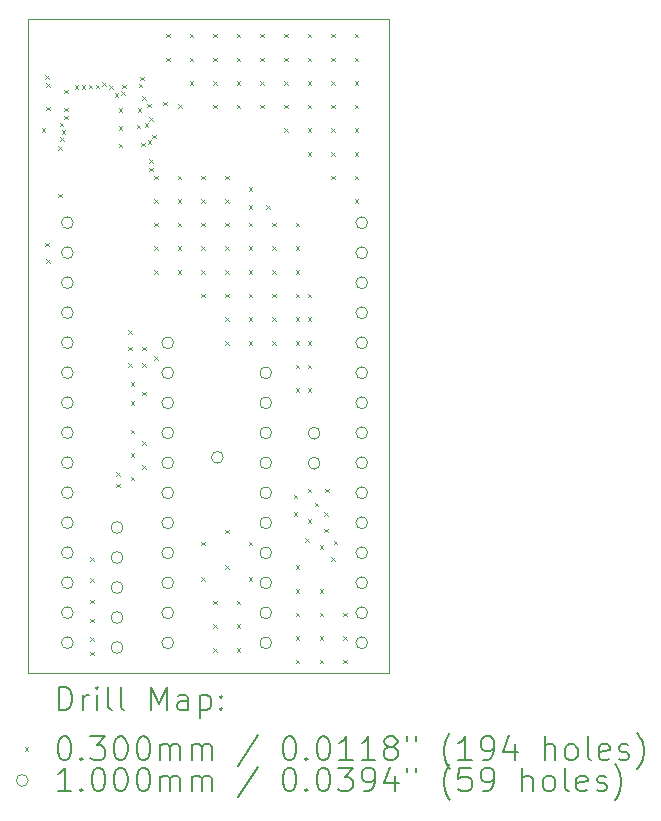
<source format=gbr>
%TF.GenerationSoftware,KiCad,Pcbnew,9.0.2*%
%TF.CreationDate,2025-08-01T14:32:07+08:00*%
%TF.ProjectId,STM32WB5MMG_Breakout_Board,53544d33-3257-4423-954d-4d475f427265,rev?*%
%TF.SameCoordinates,Original*%
%TF.FileFunction,Drillmap*%
%TF.FilePolarity,Positive*%
%FSLAX45Y45*%
G04 Gerber Fmt 4.5, Leading zero omitted, Abs format (unit mm)*
G04 Created by KiCad (PCBNEW 9.0.2) date 2025-08-01 14:32:07*
%MOMM*%
%LPD*%
G01*
G04 APERTURE LIST*
%ADD10C,0.038100*%
%ADD11C,0.200000*%
%ADD12C,0.100000*%
G04 APERTURE END LIST*
D10*
X13900000Y-7310000D02*
X13720000Y-7310000D01*
X13770000Y-12850000D02*
X16770000Y-12850000D01*
X13720000Y-7310000D02*
X13720000Y-7780000D01*
X13770000Y-12850000D02*
X13720000Y-12850000D01*
X13900000Y-7310000D02*
X16770000Y-7310000D01*
X16770000Y-12850000D02*
X16770000Y-7370000D01*
X13720000Y-7780000D02*
X13720000Y-12850000D01*
X16770000Y-7310000D02*
X16770000Y-7370000D01*
D11*
D12*
X13834000Y-8234000D02*
X13864000Y-8264000D01*
X13864000Y-8234000D02*
X13834000Y-8264000D01*
X13865000Y-7785000D02*
X13895000Y-7815000D01*
X13895000Y-7785000D02*
X13865000Y-7815000D01*
X13865000Y-9205000D02*
X13895000Y-9235000D01*
X13895000Y-9205000D02*
X13865000Y-9235000D01*
X13871000Y-7851000D02*
X13901000Y-7881000D01*
X13901000Y-7851000D02*
X13871000Y-7881000D01*
X13871200Y-9345000D02*
X13901200Y-9375000D01*
X13901200Y-9345000D02*
X13871200Y-9375000D01*
X13872500Y-8052500D02*
X13902500Y-8082500D01*
X13902500Y-8052500D02*
X13872500Y-8082500D01*
X13973000Y-8385000D02*
X14003000Y-8415000D01*
X14003000Y-8385000D02*
X13973000Y-8415000D01*
X13975000Y-8787000D02*
X14005000Y-8817000D01*
X14005000Y-8787000D02*
X13975000Y-8817000D01*
X13987000Y-8187000D02*
X14017000Y-8217000D01*
X14017000Y-8187000D02*
X13987000Y-8217000D01*
X13991000Y-8310000D02*
X14021000Y-8340000D01*
X14021000Y-8310000D02*
X13991000Y-8340000D01*
X14003266Y-8250000D02*
X14033266Y-8280000D01*
X14033266Y-8250000D02*
X14003266Y-8280000D01*
X14021500Y-8061500D02*
X14051500Y-8091500D01*
X14051500Y-8061500D02*
X14021500Y-8091500D01*
X14023500Y-7906500D02*
X14053500Y-7936500D01*
X14053500Y-7906500D02*
X14023500Y-7936500D01*
X14025000Y-8127000D02*
X14055000Y-8157000D01*
X14055000Y-8127000D02*
X14025000Y-8157000D01*
X14113000Y-7869800D02*
X14143000Y-7899800D01*
X14143000Y-7869800D02*
X14113000Y-7899800D01*
X14171042Y-7870023D02*
X14201042Y-7900023D01*
X14201042Y-7870023D02*
X14171042Y-7900023D01*
X14232114Y-7867217D02*
X14262114Y-7897217D01*
X14262114Y-7867217D02*
X14232114Y-7897217D01*
X14245000Y-11865000D02*
X14275000Y-11895000D01*
X14275000Y-11865000D02*
X14245000Y-11895000D01*
X14245000Y-12045000D02*
X14275000Y-12075000D01*
X14275000Y-12045000D02*
X14245000Y-12075000D01*
X14245000Y-12225000D02*
X14275000Y-12255000D01*
X14275000Y-12225000D02*
X14245000Y-12255000D01*
X14245000Y-12385000D02*
X14275000Y-12415000D01*
X14275000Y-12385000D02*
X14245000Y-12415000D01*
X14245000Y-12545000D02*
X14275000Y-12575000D01*
X14275000Y-12545000D02*
X14245000Y-12575000D01*
X14245000Y-12665000D02*
X14275000Y-12695000D01*
X14275000Y-12665000D02*
X14245000Y-12695000D01*
X14289788Y-7865499D02*
X14319788Y-7895499D01*
X14319788Y-7865499D02*
X14289788Y-7895499D01*
X14343800Y-7845000D02*
X14373800Y-7875000D01*
X14373800Y-7845000D02*
X14343800Y-7875000D01*
X14403800Y-7869800D02*
X14433800Y-7899800D01*
X14433800Y-7869800D02*
X14403800Y-7899800D01*
X14450200Y-7938776D02*
X14480200Y-7968776D01*
X14480200Y-7938776D02*
X14450200Y-7968776D01*
X14465000Y-11145000D02*
X14495000Y-11175000D01*
X14495000Y-11145000D02*
X14465000Y-11175000D01*
X14465000Y-11245000D02*
X14495000Y-11275000D01*
X14495000Y-11245000D02*
X14465000Y-11275000D01*
X14485000Y-8065000D02*
X14515000Y-8095000D01*
X14515000Y-8065000D02*
X14485000Y-8095000D01*
X14485000Y-8215000D02*
X14515000Y-8245000D01*
X14515000Y-8215000D02*
X14485000Y-8245000D01*
X14485000Y-8365000D02*
X14515000Y-8395000D01*
X14515000Y-8365000D02*
X14485000Y-8395000D01*
X14505389Y-7921938D02*
X14535389Y-7951938D01*
X14535389Y-7921938D02*
X14505389Y-7951938D01*
X14515000Y-7865000D02*
X14545000Y-7895000D01*
X14545000Y-7865000D02*
X14515000Y-7895000D01*
X14565000Y-9945000D02*
X14595000Y-9975000D01*
X14595000Y-9945000D02*
X14565000Y-9975000D01*
X14565000Y-10085000D02*
X14595000Y-10115000D01*
X14595000Y-10085000D02*
X14565000Y-10115000D01*
X14565000Y-10225000D02*
X14595000Y-10255000D01*
X14595000Y-10225000D02*
X14565000Y-10255000D01*
X14585000Y-10385000D02*
X14615000Y-10415000D01*
X14615000Y-10385000D02*
X14585000Y-10415000D01*
X14585000Y-10545000D02*
X14615000Y-10575000D01*
X14615000Y-10545000D02*
X14585000Y-10575000D01*
X14585000Y-10785000D02*
X14615000Y-10815000D01*
X14615000Y-10785000D02*
X14585000Y-10815000D01*
X14585000Y-10985000D02*
X14615000Y-11015000D01*
X14615000Y-10985000D02*
X14585000Y-11015000D01*
X14585000Y-11185000D02*
X14615000Y-11215000D01*
X14615000Y-11185000D02*
X14585000Y-11215000D01*
X14637000Y-8203000D02*
X14667000Y-8233000D01*
X14667000Y-8203000D02*
X14637000Y-8233000D01*
X14644000Y-8064000D02*
X14674000Y-8094000D01*
X14674000Y-8064000D02*
X14644000Y-8094000D01*
X14654268Y-7855732D02*
X14684268Y-7885732D01*
X14684268Y-7855732D02*
X14654268Y-7885732D01*
X14665000Y-7799000D02*
X14695000Y-7829000D01*
X14695000Y-7799000D02*
X14665000Y-7829000D01*
X14674500Y-8355500D02*
X14704500Y-8385500D01*
X14704500Y-8355500D02*
X14674500Y-8385500D01*
X14685000Y-7961000D02*
X14715000Y-7991000D01*
X14715000Y-7961000D02*
X14685000Y-7991000D01*
X14685000Y-10085000D02*
X14715000Y-10115000D01*
X14715000Y-10085000D02*
X14685000Y-10115000D01*
X14685000Y-10225000D02*
X14715000Y-10255000D01*
X14715000Y-10225000D02*
X14685000Y-10255000D01*
X14685000Y-10465000D02*
X14715000Y-10495000D01*
X14715000Y-10465000D02*
X14685000Y-10495000D01*
X14685000Y-10885000D02*
X14715000Y-10915000D01*
X14715000Y-10885000D02*
X14685000Y-10915000D01*
X14685000Y-11085000D02*
X14715000Y-11115000D01*
X14715000Y-11085000D02*
X14685000Y-11115000D01*
X14705000Y-8191000D02*
X14735000Y-8221000D01*
X14735000Y-8191000D02*
X14705000Y-8221000D01*
X14725000Y-8025000D02*
X14755000Y-8055000D01*
X14755000Y-8025000D02*
X14725000Y-8055000D01*
X14732000Y-8335000D02*
X14762000Y-8365000D01*
X14762000Y-8335000D02*
X14732000Y-8365000D01*
X14743000Y-8567000D02*
X14773000Y-8597000D01*
X14773000Y-8567000D02*
X14743000Y-8597000D01*
X14745000Y-8140000D02*
X14775000Y-8170000D01*
X14775000Y-8140000D02*
X14745000Y-8170000D01*
X14745000Y-8494000D02*
X14775000Y-8524000D01*
X14775000Y-8494000D02*
X14745000Y-8524000D01*
X14770959Y-8289041D02*
X14800959Y-8319041D01*
X14800959Y-8289041D02*
X14770959Y-8319041D01*
X14785000Y-8635000D02*
X14815000Y-8665000D01*
X14815000Y-8635000D02*
X14785000Y-8665000D01*
X14785000Y-8835000D02*
X14815000Y-8865000D01*
X14815000Y-8835000D02*
X14785000Y-8865000D01*
X14785000Y-9035000D02*
X14815000Y-9065000D01*
X14815000Y-9035000D02*
X14785000Y-9065000D01*
X14785000Y-9235000D02*
X14815000Y-9265000D01*
X14815000Y-9235000D02*
X14785000Y-9265000D01*
X14785000Y-9435000D02*
X14815000Y-9465000D01*
X14815000Y-9435000D02*
X14785000Y-9465000D01*
X14785000Y-10165000D02*
X14815000Y-10195000D01*
X14815000Y-10165000D02*
X14785000Y-10195000D01*
X14861756Y-8008244D02*
X14891756Y-8038244D01*
X14891756Y-8008244D02*
X14861756Y-8038244D01*
X14885000Y-7435000D02*
X14915000Y-7465000D01*
X14915000Y-7435000D02*
X14885000Y-7465000D01*
X14885000Y-7635000D02*
X14915000Y-7665000D01*
X14915000Y-7635000D02*
X14885000Y-7665000D01*
X14985000Y-8635000D02*
X15015000Y-8665000D01*
X15015000Y-8635000D02*
X14985000Y-8665000D01*
X14985000Y-8835000D02*
X15015000Y-8865000D01*
X15015000Y-8835000D02*
X14985000Y-8865000D01*
X14985000Y-9035000D02*
X15015000Y-9065000D01*
X15015000Y-9035000D02*
X14985000Y-9065000D01*
X14985000Y-9235000D02*
X15015000Y-9265000D01*
X15015000Y-9235000D02*
X14985000Y-9265000D01*
X14985000Y-9435000D02*
X15015000Y-9465000D01*
X15015000Y-9435000D02*
X14985000Y-9465000D01*
X14990000Y-8030000D02*
X15020000Y-8060000D01*
X15020000Y-8030000D02*
X14990000Y-8060000D01*
X15085000Y-7435000D02*
X15115000Y-7465000D01*
X15115000Y-7435000D02*
X15085000Y-7465000D01*
X15085000Y-7635000D02*
X15115000Y-7665000D01*
X15115000Y-7635000D02*
X15085000Y-7665000D01*
X15085000Y-7835000D02*
X15115000Y-7865000D01*
X15115000Y-7835000D02*
X15085000Y-7865000D01*
X15185000Y-8635000D02*
X15215000Y-8665000D01*
X15215000Y-8635000D02*
X15185000Y-8665000D01*
X15185000Y-8835000D02*
X15215000Y-8865000D01*
X15215000Y-8835000D02*
X15185000Y-8865000D01*
X15185000Y-9035000D02*
X15215000Y-9065000D01*
X15215000Y-9035000D02*
X15185000Y-9065000D01*
X15185000Y-9235000D02*
X15215000Y-9265000D01*
X15215000Y-9235000D02*
X15185000Y-9265000D01*
X15185000Y-9435000D02*
X15215000Y-9465000D01*
X15215000Y-9435000D02*
X15185000Y-9465000D01*
X15185000Y-9635000D02*
X15215000Y-9665000D01*
X15215000Y-9635000D02*
X15185000Y-9665000D01*
X15185000Y-11735000D02*
X15215000Y-11765000D01*
X15215000Y-11735000D02*
X15185000Y-11765000D01*
X15185000Y-12035000D02*
X15215000Y-12065000D01*
X15215000Y-12035000D02*
X15185000Y-12065000D01*
X15285000Y-7435000D02*
X15315000Y-7465000D01*
X15315000Y-7435000D02*
X15285000Y-7465000D01*
X15285000Y-7635000D02*
X15315000Y-7665000D01*
X15315000Y-7635000D02*
X15285000Y-7665000D01*
X15285000Y-7835000D02*
X15315000Y-7865000D01*
X15315000Y-7835000D02*
X15285000Y-7865000D01*
X15285000Y-8035000D02*
X15315000Y-8065000D01*
X15315000Y-8035000D02*
X15285000Y-8065000D01*
X15285000Y-12235000D02*
X15315000Y-12265000D01*
X15315000Y-12235000D02*
X15285000Y-12265000D01*
X15285000Y-12435000D02*
X15315000Y-12465000D01*
X15315000Y-12435000D02*
X15285000Y-12465000D01*
X15285000Y-12635000D02*
X15315000Y-12665000D01*
X15315000Y-12635000D02*
X15285000Y-12665000D01*
X15385000Y-8635000D02*
X15415000Y-8665000D01*
X15415000Y-8635000D02*
X15385000Y-8665000D01*
X15385000Y-8835000D02*
X15415000Y-8865000D01*
X15415000Y-8835000D02*
X15385000Y-8865000D01*
X15385000Y-9035000D02*
X15415000Y-9065000D01*
X15415000Y-9035000D02*
X15385000Y-9065000D01*
X15385000Y-9235000D02*
X15415000Y-9265000D01*
X15415000Y-9235000D02*
X15385000Y-9265000D01*
X15385000Y-9435000D02*
X15415000Y-9465000D01*
X15415000Y-9435000D02*
X15385000Y-9465000D01*
X15385000Y-9635000D02*
X15415000Y-9665000D01*
X15415000Y-9635000D02*
X15385000Y-9665000D01*
X15385000Y-9835000D02*
X15415000Y-9865000D01*
X15415000Y-9835000D02*
X15385000Y-9865000D01*
X15385000Y-10035000D02*
X15415000Y-10065000D01*
X15415000Y-10035000D02*
X15385000Y-10065000D01*
X15385000Y-11635000D02*
X15415000Y-11665000D01*
X15415000Y-11635000D02*
X15385000Y-11665000D01*
X15385000Y-11935000D02*
X15415000Y-11965000D01*
X15415000Y-11935000D02*
X15385000Y-11965000D01*
X15485000Y-7435000D02*
X15515000Y-7465000D01*
X15515000Y-7435000D02*
X15485000Y-7465000D01*
X15485000Y-7635000D02*
X15515000Y-7665000D01*
X15515000Y-7635000D02*
X15485000Y-7665000D01*
X15485000Y-7835000D02*
X15515000Y-7865000D01*
X15515000Y-7835000D02*
X15485000Y-7865000D01*
X15485000Y-8035000D02*
X15515000Y-8065000D01*
X15515000Y-8035000D02*
X15485000Y-8065000D01*
X15485000Y-12235000D02*
X15515000Y-12265000D01*
X15515000Y-12235000D02*
X15485000Y-12265000D01*
X15485000Y-12435000D02*
X15515000Y-12465000D01*
X15515000Y-12435000D02*
X15485000Y-12465000D01*
X15485000Y-12635000D02*
X15515000Y-12665000D01*
X15515000Y-12635000D02*
X15485000Y-12665000D01*
X15585000Y-8735000D02*
X15615000Y-8765000D01*
X15615000Y-8735000D02*
X15585000Y-8765000D01*
X15585000Y-8885000D02*
X15615000Y-8915000D01*
X15615000Y-8885000D02*
X15585000Y-8915000D01*
X15585000Y-9035000D02*
X15615000Y-9065000D01*
X15615000Y-9035000D02*
X15585000Y-9065000D01*
X15585000Y-9235000D02*
X15615000Y-9265000D01*
X15615000Y-9235000D02*
X15585000Y-9265000D01*
X15585000Y-9435000D02*
X15615000Y-9465000D01*
X15615000Y-9435000D02*
X15585000Y-9465000D01*
X15585000Y-9635000D02*
X15615000Y-9665000D01*
X15615000Y-9635000D02*
X15585000Y-9665000D01*
X15585000Y-9835000D02*
X15615000Y-9865000D01*
X15615000Y-9835000D02*
X15585000Y-9865000D01*
X15585000Y-10035000D02*
X15615000Y-10065000D01*
X15615000Y-10035000D02*
X15585000Y-10065000D01*
X15585000Y-11735000D02*
X15615000Y-11765000D01*
X15615000Y-11735000D02*
X15585000Y-11765000D01*
X15585000Y-12035000D02*
X15615000Y-12065000D01*
X15615000Y-12035000D02*
X15585000Y-12065000D01*
X15685000Y-7435000D02*
X15715000Y-7465000D01*
X15715000Y-7435000D02*
X15685000Y-7465000D01*
X15685000Y-7635000D02*
X15715000Y-7665000D01*
X15715000Y-7635000D02*
X15685000Y-7665000D01*
X15685000Y-7835000D02*
X15715000Y-7865000D01*
X15715000Y-7835000D02*
X15685000Y-7865000D01*
X15685000Y-8035000D02*
X15715000Y-8065000D01*
X15715000Y-8035000D02*
X15685000Y-8065000D01*
X15735000Y-8885000D02*
X15765000Y-8915000D01*
X15765000Y-8885000D02*
X15735000Y-8915000D01*
X15785000Y-9035000D02*
X15815000Y-9065000D01*
X15815000Y-9035000D02*
X15785000Y-9065000D01*
X15785000Y-9235000D02*
X15815000Y-9265000D01*
X15815000Y-9235000D02*
X15785000Y-9265000D01*
X15785000Y-9435000D02*
X15815000Y-9465000D01*
X15815000Y-9435000D02*
X15785000Y-9465000D01*
X15785000Y-9635000D02*
X15815000Y-9665000D01*
X15815000Y-9635000D02*
X15785000Y-9665000D01*
X15785000Y-9835000D02*
X15815000Y-9865000D01*
X15815000Y-9835000D02*
X15785000Y-9865000D01*
X15785000Y-10035000D02*
X15815000Y-10065000D01*
X15815000Y-10035000D02*
X15785000Y-10065000D01*
X15885000Y-7435000D02*
X15915000Y-7465000D01*
X15915000Y-7435000D02*
X15885000Y-7465000D01*
X15885000Y-7635000D02*
X15915000Y-7665000D01*
X15915000Y-7635000D02*
X15885000Y-7665000D01*
X15885000Y-7835000D02*
X15915000Y-7865000D01*
X15915000Y-7835000D02*
X15885000Y-7865000D01*
X15885000Y-8035000D02*
X15915000Y-8065000D01*
X15915000Y-8035000D02*
X15885000Y-8065000D01*
X15885000Y-8235000D02*
X15915000Y-8265000D01*
X15915000Y-8235000D02*
X15885000Y-8265000D01*
X15965000Y-11335000D02*
X15995000Y-11365000D01*
X15995000Y-11335000D02*
X15965000Y-11365000D01*
X15965000Y-11485000D02*
X15995000Y-11515000D01*
X15995000Y-11485000D02*
X15965000Y-11515000D01*
X15985000Y-9035000D02*
X16015000Y-9065000D01*
X16015000Y-9035000D02*
X15985000Y-9065000D01*
X15985000Y-9235000D02*
X16015000Y-9265000D01*
X16015000Y-9235000D02*
X15985000Y-9265000D01*
X15985000Y-9435000D02*
X16015000Y-9465000D01*
X16015000Y-9435000D02*
X15985000Y-9465000D01*
X15985000Y-9635000D02*
X16015000Y-9665000D01*
X16015000Y-9635000D02*
X15985000Y-9665000D01*
X15985000Y-9835000D02*
X16015000Y-9865000D01*
X16015000Y-9835000D02*
X15985000Y-9865000D01*
X15985000Y-10035000D02*
X16015000Y-10065000D01*
X16015000Y-10035000D02*
X15985000Y-10065000D01*
X15985000Y-10235000D02*
X16015000Y-10265000D01*
X16015000Y-10235000D02*
X15985000Y-10265000D01*
X15985000Y-10435000D02*
X16015000Y-10465000D01*
X16015000Y-10435000D02*
X15985000Y-10465000D01*
X15985000Y-11935000D02*
X16015000Y-11965000D01*
X16015000Y-11935000D02*
X15985000Y-11965000D01*
X15985000Y-12135000D02*
X16015000Y-12165000D01*
X16015000Y-12135000D02*
X15985000Y-12165000D01*
X15985000Y-12335000D02*
X16015000Y-12365000D01*
X16015000Y-12335000D02*
X15985000Y-12365000D01*
X15985000Y-12535000D02*
X16015000Y-12565000D01*
X16015000Y-12535000D02*
X15985000Y-12565000D01*
X15985000Y-12735000D02*
X16015000Y-12765000D01*
X16015000Y-12735000D02*
X15985000Y-12765000D01*
X16065000Y-11705000D02*
X16095000Y-11735000D01*
X16095000Y-11705000D02*
X16065000Y-11735000D01*
X16085000Y-7435000D02*
X16115000Y-7465000D01*
X16115000Y-7435000D02*
X16085000Y-7465000D01*
X16085000Y-7635000D02*
X16115000Y-7665000D01*
X16115000Y-7635000D02*
X16085000Y-7665000D01*
X16085000Y-7835000D02*
X16115000Y-7865000D01*
X16115000Y-7835000D02*
X16085000Y-7865000D01*
X16085000Y-8035000D02*
X16115000Y-8065000D01*
X16115000Y-8035000D02*
X16085000Y-8065000D01*
X16085000Y-8235000D02*
X16115000Y-8265000D01*
X16115000Y-8235000D02*
X16085000Y-8265000D01*
X16085000Y-8435000D02*
X16115000Y-8465000D01*
X16115000Y-8435000D02*
X16085000Y-8465000D01*
X16085000Y-9635000D02*
X16115000Y-9665000D01*
X16115000Y-9635000D02*
X16085000Y-9665000D01*
X16085000Y-9835000D02*
X16115000Y-9865000D01*
X16115000Y-9835000D02*
X16085000Y-9865000D01*
X16085000Y-10035000D02*
X16115000Y-10065000D01*
X16115000Y-10035000D02*
X16085000Y-10065000D01*
X16085000Y-10235000D02*
X16115000Y-10265000D01*
X16115000Y-10235000D02*
X16085000Y-10265000D01*
X16085000Y-10435000D02*
X16115000Y-10465000D01*
X16115000Y-10435000D02*
X16085000Y-10465000D01*
X16085000Y-11285000D02*
X16115000Y-11315000D01*
X16115000Y-11285000D02*
X16085000Y-11315000D01*
X16085000Y-11545000D02*
X16115000Y-11575000D01*
X16115000Y-11545000D02*
X16085000Y-11575000D01*
X16145000Y-11405000D02*
X16175000Y-11435000D01*
X16175000Y-11405000D02*
X16145000Y-11435000D01*
X16185000Y-11765000D02*
X16215000Y-11795000D01*
X16215000Y-11765000D02*
X16185000Y-11795000D01*
X16185000Y-12135000D02*
X16215000Y-12165000D01*
X16215000Y-12135000D02*
X16185000Y-12165000D01*
X16185000Y-12335000D02*
X16215000Y-12365000D01*
X16215000Y-12335000D02*
X16185000Y-12365000D01*
X16185000Y-12535000D02*
X16215000Y-12565000D01*
X16215000Y-12535000D02*
X16185000Y-12565000D01*
X16185000Y-12735000D02*
X16215000Y-12765000D01*
X16215000Y-12735000D02*
X16185000Y-12765000D01*
X16225000Y-11485000D02*
X16255000Y-11515000D01*
X16255000Y-11485000D02*
X16225000Y-11515000D01*
X16225000Y-11625000D02*
X16255000Y-11655000D01*
X16255000Y-11625000D02*
X16225000Y-11655000D01*
X16235000Y-11285000D02*
X16265000Y-11315000D01*
X16265000Y-11285000D02*
X16235000Y-11315000D01*
X16285000Y-7435000D02*
X16315000Y-7465000D01*
X16315000Y-7435000D02*
X16285000Y-7465000D01*
X16285000Y-7635000D02*
X16315000Y-7665000D01*
X16315000Y-7635000D02*
X16285000Y-7665000D01*
X16285000Y-7835000D02*
X16315000Y-7865000D01*
X16315000Y-7835000D02*
X16285000Y-7865000D01*
X16285000Y-8035000D02*
X16315000Y-8065000D01*
X16315000Y-8035000D02*
X16285000Y-8065000D01*
X16285000Y-8235000D02*
X16315000Y-8265000D01*
X16315000Y-8235000D02*
X16285000Y-8265000D01*
X16285000Y-8435000D02*
X16315000Y-8465000D01*
X16315000Y-8435000D02*
X16285000Y-8465000D01*
X16285000Y-8635000D02*
X16315000Y-8665000D01*
X16315000Y-8635000D02*
X16285000Y-8665000D01*
X16285000Y-11865000D02*
X16315000Y-11895000D01*
X16315000Y-11865000D02*
X16285000Y-11895000D01*
X16305000Y-11725000D02*
X16335000Y-11755000D01*
X16335000Y-11725000D02*
X16305000Y-11755000D01*
X16385000Y-12335000D02*
X16415000Y-12365000D01*
X16415000Y-12335000D02*
X16385000Y-12365000D01*
X16385000Y-12535000D02*
X16415000Y-12565000D01*
X16415000Y-12535000D02*
X16385000Y-12565000D01*
X16385000Y-12735000D02*
X16415000Y-12765000D01*
X16415000Y-12735000D02*
X16385000Y-12765000D01*
X16485000Y-7435000D02*
X16515000Y-7465000D01*
X16515000Y-7435000D02*
X16485000Y-7465000D01*
X16485000Y-7635000D02*
X16515000Y-7665000D01*
X16515000Y-7635000D02*
X16485000Y-7665000D01*
X16485000Y-7835000D02*
X16515000Y-7865000D01*
X16515000Y-7835000D02*
X16485000Y-7865000D01*
X16485000Y-8035000D02*
X16515000Y-8065000D01*
X16515000Y-8035000D02*
X16485000Y-8065000D01*
X16485000Y-8235000D02*
X16515000Y-8265000D01*
X16515000Y-8235000D02*
X16485000Y-8265000D01*
X16485000Y-8435000D02*
X16515000Y-8465000D01*
X16515000Y-8435000D02*
X16485000Y-8465000D01*
X16485000Y-8635000D02*
X16515000Y-8665000D01*
X16515000Y-8635000D02*
X16485000Y-8665000D01*
X16485000Y-8835000D02*
X16515000Y-8865000D01*
X16515000Y-8835000D02*
X16485000Y-8865000D01*
X14100000Y-9034000D02*
G75*
G02*
X14000000Y-9034000I-50000J0D01*
G01*
X14000000Y-9034000D02*
G75*
G02*
X14100000Y-9034000I50000J0D01*
G01*
X14100000Y-9288000D02*
G75*
G02*
X14000000Y-9288000I-50000J0D01*
G01*
X14000000Y-9288000D02*
G75*
G02*
X14100000Y-9288000I50000J0D01*
G01*
X14100000Y-9542000D02*
G75*
G02*
X14000000Y-9542000I-50000J0D01*
G01*
X14000000Y-9542000D02*
G75*
G02*
X14100000Y-9542000I50000J0D01*
G01*
X14100000Y-9796000D02*
G75*
G02*
X14000000Y-9796000I-50000J0D01*
G01*
X14000000Y-9796000D02*
G75*
G02*
X14100000Y-9796000I50000J0D01*
G01*
X14100000Y-10050000D02*
G75*
G02*
X14000000Y-10050000I-50000J0D01*
G01*
X14000000Y-10050000D02*
G75*
G02*
X14100000Y-10050000I50000J0D01*
G01*
X14100000Y-10304000D02*
G75*
G02*
X14000000Y-10304000I-50000J0D01*
G01*
X14000000Y-10304000D02*
G75*
G02*
X14100000Y-10304000I50000J0D01*
G01*
X14100000Y-10558000D02*
G75*
G02*
X14000000Y-10558000I-50000J0D01*
G01*
X14000000Y-10558000D02*
G75*
G02*
X14100000Y-10558000I50000J0D01*
G01*
X14100000Y-10812000D02*
G75*
G02*
X14000000Y-10812000I-50000J0D01*
G01*
X14000000Y-10812000D02*
G75*
G02*
X14100000Y-10812000I50000J0D01*
G01*
X14100000Y-11066000D02*
G75*
G02*
X14000000Y-11066000I-50000J0D01*
G01*
X14000000Y-11066000D02*
G75*
G02*
X14100000Y-11066000I50000J0D01*
G01*
X14100000Y-11320000D02*
G75*
G02*
X14000000Y-11320000I-50000J0D01*
G01*
X14000000Y-11320000D02*
G75*
G02*
X14100000Y-11320000I50000J0D01*
G01*
X14100000Y-11574000D02*
G75*
G02*
X14000000Y-11574000I-50000J0D01*
G01*
X14000000Y-11574000D02*
G75*
G02*
X14100000Y-11574000I50000J0D01*
G01*
X14100000Y-11828000D02*
G75*
G02*
X14000000Y-11828000I-50000J0D01*
G01*
X14000000Y-11828000D02*
G75*
G02*
X14100000Y-11828000I50000J0D01*
G01*
X14100000Y-12082000D02*
G75*
G02*
X14000000Y-12082000I-50000J0D01*
G01*
X14000000Y-12082000D02*
G75*
G02*
X14100000Y-12082000I50000J0D01*
G01*
X14100000Y-12336000D02*
G75*
G02*
X14000000Y-12336000I-50000J0D01*
G01*
X14000000Y-12336000D02*
G75*
G02*
X14100000Y-12336000I50000J0D01*
G01*
X14100000Y-12590000D02*
G75*
G02*
X14000000Y-12590000I-50000J0D01*
G01*
X14000000Y-12590000D02*
G75*
G02*
X14100000Y-12590000I50000J0D01*
G01*
X14520000Y-11614000D02*
G75*
G02*
X14420000Y-11614000I-50000J0D01*
G01*
X14420000Y-11614000D02*
G75*
G02*
X14520000Y-11614000I50000J0D01*
G01*
X14520000Y-11868000D02*
G75*
G02*
X14420000Y-11868000I-50000J0D01*
G01*
X14420000Y-11868000D02*
G75*
G02*
X14520000Y-11868000I50000J0D01*
G01*
X14520000Y-12122000D02*
G75*
G02*
X14420000Y-12122000I-50000J0D01*
G01*
X14420000Y-12122000D02*
G75*
G02*
X14520000Y-12122000I50000J0D01*
G01*
X14520000Y-12376000D02*
G75*
G02*
X14420000Y-12376000I-50000J0D01*
G01*
X14420000Y-12376000D02*
G75*
G02*
X14520000Y-12376000I50000J0D01*
G01*
X14520000Y-12630000D02*
G75*
G02*
X14420000Y-12630000I-50000J0D01*
G01*
X14420000Y-12630000D02*
G75*
G02*
X14520000Y-12630000I50000J0D01*
G01*
X14950000Y-10051000D02*
G75*
G02*
X14850000Y-10051000I-50000J0D01*
G01*
X14850000Y-10051000D02*
G75*
G02*
X14950000Y-10051000I50000J0D01*
G01*
X14950000Y-10305000D02*
G75*
G02*
X14850000Y-10305000I-50000J0D01*
G01*
X14850000Y-10305000D02*
G75*
G02*
X14950000Y-10305000I50000J0D01*
G01*
X14950000Y-10559000D02*
G75*
G02*
X14850000Y-10559000I-50000J0D01*
G01*
X14850000Y-10559000D02*
G75*
G02*
X14950000Y-10559000I50000J0D01*
G01*
X14950000Y-10813000D02*
G75*
G02*
X14850000Y-10813000I-50000J0D01*
G01*
X14850000Y-10813000D02*
G75*
G02*
X14950000Y-10813000I50000J0D01*
G01*
X14950000Y-11067000D02*
G75*
G02*
X14850000Y-11067000I-50000J0D01*
G01*
X14850000Y-11067000D02*
G75*
G02*
X14950000Y-11067000I50000J0D01*
G01*
X14950000Y-11321000D02*
G75*
G02*
X14850000Y-11321000I-50000J0D01*
G01*
X14850000Y-11321000D02*
G75*
G02*
X14950000Y-11321000I50000J0D01*
G01*
X14950000Y-11575000D02*
G75*
G02*
X14850000Y-11575000I-50000J0D01*
G01*
X14850000Y-11575000D02*
G75*
G02*
X14950000Y-11575000I50000J0D01*
G01*
X14950000Y-11829000D02*
G75*
G02*
X14850000Y-11829000I-50000J0D01*
G01*
X14850000Y-11829000D02*
G75*
G02*
X14950000Y-11829000I50000J0D01*
G01*
X14950000Y-12083000D02*
G75*
G02*
X14850000Y-12083000I-50000J0D01*
G01*
X14850000Y-12083000D02*
G75*
G02*
X14950000Y-12083000I50000J0D01*
G01*
X14950000Y-12337000D02*
G75*
G02*
X14850000Y-12337000I-50000J0D01*
G01*
X14850000Y-12337000D02*
G75*
G02*
X14950000Y-12337000I50000J0D01*
G01*
X14950000Y-12591000D02*
G75*
G02*
X14850000Y-12591000I-50000J0D01*
G01*
X14850000Y-12591000D02*
G75*
G02*
X14950000Y-12591000I50000J0D01*
G01*
X15370000Y-11020000D02*
G75*
G02*
X15270000Y-11020000I-50000J0D01*
G01*
X15270000Y-11020000D02*
G75*
G02*
X15370000Y-11020000I50000J0D01*
G01*
X15780000Y-10305000D02*
G75*
G02*
X15680000Y-10305000I-50000J0D01*
G01*
X15680000Y-10305000D02*
G75*
G02*
X15780000Y-10305000I50000J0D01*
G01*
X15780000Y-10559000D02*
G75*
G02*
X15680000Y-10559000I-50000J0D01*
G01*
X15680000Y-10559000D02*
G75*
G02*
X15780000Y-10559000I50000J0D01*
G01*
X15780000Y-10813000D02*
G75*
G02*
X15680000Y-10813000I-50000J0D01*
G01*
X15680000Y-10813000D02*
G75*
G02*
X15780000Y-10813000I50000J0D01*
G01*
X15780000Y-11067000D02*
G75*
G02*
X15680000Y-11067000I-50000J0D01*
G01*
X15680000Y-11067000D02*
G75*
G02*
X15780000Y-11067000I50000J0D01*
G01*
X15780000Y-11321000D02*
G75*
G02*
X15680000Y-11321000I-50000J0D01*
G01*
X15680000Y-11321000D02*
G75*
G02*
X15780000Y-11321000I50000J0D01*
G01*
X15780000Y-11575000D02*
G75*
G02*
X15680000Y-11575000I-50000J0D01*
G01*
X15680000Y-11575000D02*
G75*
G02*
X15780000Y-11575000I50000J0D01*
G01*
X15780000Y-11829000D02*
G75*
G02*
X15680000Y-11829000I-50000J0D01*
G01*
X15680000Y-11829000D02*
G75*
G02*
X15780000Y-11829000I50000J0D01*
G01*
X15780000Y-12083000D02*
G75*
G02*
X15680000Y-12083000I-50000J0D01*
G01*
X15680000Y-12083000D02*
G75*
G02*
X15780000Y-12083000I50000J0D01*
G01*
X15780000Y-12337000D02*
G75*
G02*
X15680000Y-12337000I-50000J0D01*
G01*
X15680000Y-12337000D02*
G75*
G02*
X15780000Y-12337000I50000J0D01*
G01*
X15780000Y-12591000D02*
G75*
G02*
X15680000Y-12591000I-50000J0D01*
G01*
X15680000Y-12591000D02*
G75*
G02*
X15780000Y-12591000I50000J0D01*
G01*
X16190000Y-10816000D02*
G75*
G02*
X16090000Y-10816000I-50000J0D01*
G01*
X16090000Y-10816000D02*
G75*
G02*
X16190000Y-10816000I50000J0D01*
G01*
X16190000Y-11070000D02*
G75*
G02*
X16090000Y-11070000I-50000J0D01*
G01*
X16090000Y-11070000D02*
G75*
G02*
X16190000Y-11070000I50000J0D01*
G01*
X16593000Y-9034000D02*
G75*
G02*
X16493000Y-9034000I-50000J0D01*
G01*
X16493000Y-9034000D02*
G75*
G02*
X16593000Y-9034000I50000J0D01*
G01*
X16593000Y-9288000D02*
G75*
G02*
X16493000Y-9288000I-50000J0D01*
G01*
X16493000Y-9288000D02*
G75*
G02*
X16593000Y-9288000I50000J0D01*
G01*
X16593000Y-9542000D02*
G75*
G02*
X16493000Y-9542000I-50000J0D01*
G01*
X16493000Y-9542000D02*
G75*
G02*
X16593000Y-9542000I50000J0D01*
G01*
X16593000Y-9796000D02*
G75*
G02*
X16493000Y-9796000I-50000J0D01*
G01*
X16493000Y-9796000D02*
G75*
G02*
X16593000Y-9796000I50000J0D01*
G01*
X16593000Y-10050000D02*
G75*
G02*
X16493000Y-10050000I-50000J0D01*
G01*
X16493000Y-10050000D02*
G75*
G02*
X16593000Y-10050000I50000J0D01*
G01*
X16593000Y-10304000D02*
G75*
G02*
X16493000Y-10304000I-50000J0D01*
G01*
X16493000Y-10304000D02*
G75*
G02*
X16593000Y-10304000I50000J0D01*
G01*
X16593000Y-10558000D02*
G75*
G02*
X16493000Y-10558000I-50000J0D01*
G01*
X16493000Y-10558000D02*
G75*
G02*
X16593000Y-10558000I50000J0D01*
G01*
X16593000Y-10812000D02*
G75*
G02*
X16493000Y-10812000I-50000J0D01*
G01*
X16493000Y-10812000D02*
G75*
G02*
X16593000Y-10812000I50000J0D01*
G01*
X16593000Y-11066000D02*
G75*
G02*
X16493000Y-11066000I-50000J0D01*
G01*
X16493000Y-11066000D02*
G75*
G02*
X16593000Y-11066000I50000J0D01*
G01*
X16593000Y-11320000D02*
G75*
G02*
X16493000Y-11320000I-50000J0D01*
G01*
X16493000Y-11320000D02*
G75*
G02*
X16593000Y-11320000I50000J0D01*
G01*
X16593000Y-11574000D02*
G75*
G02*
X16493000Y-11574000I-50000J0D01*
G01*
X16493000Y-11574000D02*
G75*
G02*
X16593000Y-11574000I50000J0D01*
G01*
X16593000Y-11828000D02*
G75*
G02*
X16493000Y-11828000I-50000J0D01*
G01*
X16493000Y-11828000D02*
G75*
G02*
X16593000Y-11828000I50000J0D01*
G01*
X16593000Y-12082000D02*
G75*
G02*
X16493000Y-12082000I-50000J0D01*
G01*
X16493000Y-12082000D02*
G75*
G02*
X16593000Y-12082000I50000J0D01*
G01*
X16593000Y-12336000D02*
G75*
G02*
X16493000Y-12336000I-50000J0D01*
G01*
X16493000Y-12336000D02*
G75*
G02*
X16593000Y-12336000I50000J0D01*
G01*
X16593000Y-12590000D02*
G75*
G02*
X16493000Y-12590000I-50000J0D01*
G01*
X16493000Y-12590000D02*
G75*
G02*
X16593000Y-12590000I50000J0D01*
G01*
D11*
X13978872Y-13163389D02*
X13978872Y-12963389D01*
X13978872Y-12963389D02*
X14026491Y-12963389D01*
X14026491Y-12963389D02*
X14055062Y-12972913D01*
X14055062Y-12972913D02*
X14074110Y-12991960D01*
X14074110Y-12991960D02*
X14083634Y-13011008D01*
X14083634Y-13011008D02*
X14093157Y-13049103D01*
X14093157Y-13049103D02*
X14093157Y-13077674D01*
X14093157Y-13077674D02*
X14083634Y-13115770D01*
X14083634Y-13115770D02*
X14074110Y-13134817D01*
X14074110Y-13134817D02*
X14055062Y-13153865D01*
X14055062Y-13153865D02*
X14026491Y-13163389D01*
X14026491Y-13163389D02*
X13978872Y-13163389D01*
X14178872Y-13163389D02*
X14178872Y-13030055D01*
X14178872Y-13068151D02*
X14188396Y-13049103D01*
X14188396Y-13049103D02*
X14197919Y-13039579D01*
X14197919Y-13039579D02*
X14216967Y-13030055D01*
X14216967Y-13030055D02*
X14236015Y-13030055D01*
X14302681Y-13163389D02*
X14302681Y-13030055D01*
X14302681Y-12963389D02*
X14293157Y-12972913D01*
X14293157Y-12972913D02*
X14302681Y-12982436D01*
X14302681Y-12982436D02*
X14312205Y-12972913D01*
X14312205Y-12972913D02*
X14302681Y-12963389D01*
X14302681Y-12963389D02*
X14302681Y-12982436D01*
X14426491Y-13163389D02*
X14407443Y-13153865D01*
X14407443Y-13153865D02*
X14397919Y-13134817D01*
X14397919Y-13134817D02*
X14397919Y-12963389D01*
X14531253Y-13163389D02*
X14512205Y-13153865D01*
X14512205Y-13153865D02*
X14502681Y-13134817D01*
X14502681Y-13134817D02*
X14502681Y-12963389D01*
X14759824Y-13163389D02*
X14759824Y-12963389D01*
X14759824Y-12963389D02*
X14826491Y-13106246D01*
X14826491Y-13106246D02*
X14893157Y-12963389D01*
X14893157Y-12963389D02*
X14893157Y-13163389D01*
X15074110Y-13163389D02*
X15074110Y-13058627D01*
X15074110Y-13058627D02*
X15064586Y-13039579D01*
X15064586Y-13039579D02*
X15045538Y-13030055D01*
X15045538Y-13030055D02*
X15007443Y-13030055D01*
X15007443Y-13030055D02*
X14988396Y-13039579D01*
X15074110Y-13153865D02*
X15055062Y-13163389D01*
X15055062Y-13163389D02*
X15007443Y-13163389D01*
X15007443Y-13163389D02*
X14988396Y-13153865D01*
X14988396Y-13153865D02*
X14978872Y-13134817D01*
X14978872Y-13134817D02*
X14978872Y-13115770D01*
X14978872Y-13115770D02*
X14988396Y-13096722D01*
X14988396Y-13096722D02*
X15007443Y-13087198D01*
X15007443Y-13087198D02*
X15055062Y-13087198D01*
X15055062Y-13087198D02*
X15074110Y-13077674D01*
X15169348Y-13030055D02*
X15169348Y-13230055D01*
X15169348Y-13039579D02*
X15188396Y-13030055D01*
X15188396Y-13030055D02*
X15226491Y-13030055D01*
X15226491Y-13030055D02*
X15245538Y-13039579D01*
X15245538Y-13039579D02*
X15255062Y-13049103D01*
X15255062Y-13049103D02*
X15264586Y-13068151D01*
X15264586Y-13068151D02*
X15264586Y-13125293D01*
X15264586Y-13125293D02*
X15255062Y-13144341D01*
X15255062Y-13144341D02*
X15245538Y-13153865D01*
X15245538Y-13153865D02*
X15226491Y-13163389D01*
X15226491Y-13163389D02*
X15188396Y-13163389D01*
X15188396Y-13163389D02*
X15169348Y-13153865D01*
X15350300Y-13144341D02*
X15359824Y-13153865D01*
X15359824Y-13153865D02*
X15350300Y-13163389D01*
X15350300Y-13163389D02*
X15340777Y-13153865D01*
X15340777Y-13153865D02*
X15350300Y-13144341D01*
X15350300Y-13144341D02*
X15350300Y-13163389D01*
X15350300Y-13039579D02*
X15359824Y-13049103D01*
X15359824Y-13049103D02*
X15350300Y-13058627D01*
X15350300Y-13058627D02*
X15340777Y-13049103D01*
X15340777Y-13049103D02*
X15350300Y-13039579D01*
X15350300Y-13039579D02*
X15350300Y-13058627D01*
D12*
X13688095Y-13476905D02*
X13718095Y-13506905D01*
X13718095Y-13476905D02*
X13688095Y-13506905D01*
D11*
X14016967Y-13383389D02*
X14036015Y-13383389D01*
X14036015Y-13383389D02*
X14055062Y-13392913D01*
X14055062Y-13392913D02*
X14064586Y-13402436D01*
X14064586Y-13402436D02*
X14074110Y-13421484D01*
X14074110Y-13421484D02*
X14083634Y-13459579D01*
X14083634Y-13459579D02*
X14083634Y-13507198D01*
X14083634Y-13507198D02*
X14074110Y-13545293D01*
X14074110Y-13545293D02*
X14064586Y-13564341D01*
X14064586Y-13564341D02*
X14055062Y-13573865D01*
X14055062Y-13573865D02*
X14036015Y-13583389D01*
X14036015Y-13583389D02*
X14016967Y-13583389D01*
X14016967Y-13583389D02*
X13997919Y-13573865D01*
X13997919Y-13573865D02*
X13988396Y-13564341D01*
X13988396Y-13564341D02*
X13978872Y-13545293D01*
X13978872Y-13545293D02*
X13969348Y-13507198D01*
X13969348Y-13507198D02*
X13969348Y-13459579D01*
X13969348Y-13459579D02*
X13978872Y-13421484D01*
X13978872Y-13421484D02*
X13988396Y-13402436D01*
X13988396Y-13402436D02*
X13997919Y-13392913D01*
X13997919Y-13392913D02*
X14016967Y-13383389D01*
X14169348Y-13564341D02*
X14178872Y-13573865D01*
X14178872Y-13573865D02*
X14169348Y-13583389D01*
X14169348Y-13583389D02*
X14159824Y-13573865D01*
X14159824Y-13573865D02*
X14169348Y-13564341D01*
X14169348Y-13564341D02*
X14169348Y-13583389D01*
X14245538Y-13383389D02*
X14369348Y-13383389D01*
X14369348Y-13383389D02*
X14302681Y-13459579D01*
X14302681Y-13459579D02*
X14331253Y-13459579D01*
X14331253Y-13459579D02*
X14350300Y-13469103D01*
X14350300Y-13469103D02*
X14359824Y-13478627D01*
X14359824Y-13478627D02*
X14369348Y-13497674D01*
X14369348Y-13497674D02*
X14369348Y-13545293D01*
X14369348Y-13545293D02*
X14359824Y-13564341D01*
X14359824Y-13564341D02*
X14350300Y-13573865D01*
X14350300Y-13573865D02*
X14331253Y-13583389D01*
X14331253Y-13583389D02*
X14274110Y-13583389D01*
X14274110Y-13583389D02*
X14255062Y-13573865D01*
X14255062Y-13573865D02*
X14245538Y-13564341D01*
X14493157Y-13383389D02*
X14512205Y-13383389D01*
X14512205Y-13383389D02*
X14531253Y-13392913D01*
X14531253Y-13392913D02*
X14540777Y-13402436D01*
X14540777Y-13402436D02*
X14550300Y-13421484D01*
X14550300Y-13421484D02*
X14559824Y-13459579D01*
X14559824Y-13459579D02*
X14559824Y-13507198D01*
X14559824Y-13507198D02*
X14550300Y-13545293D01*
X14550300Y-13545293D02*
X14540777Y-13564341D01*
X14540777Y-13564341D02*
X14531253Y-13573865D01*
X14531253Y-13573865D02*
X14512205Y-13583389D01*
X14512205Y-13583389D02*
X14493157Y-13583389D01*
X14493157Y-13583389D02*
X14474110Y-13573865D01*
X14474110Y-13573865D02*
X14464586Y-13564341D01*
X14464586Y-13564341D02*
X14455062Y-13545293D01*
X14455062Y-13545293D02*
X14445538Y-13507198D01*
X14445538Y-13507198D02*
X14445538Y-13459579D01*
X14445538Y-13459579D02*
X14455062Y-13421484D01*
X14455062Y-13421484D02*
X14464586Y-13402436D01*
X14464586Y-13402436D02*
X14474110Y-13392913D01*
X14474110Y-13392913D02*
X14493157Y-13383389D01*
X14683634Y-13383389D02*
X14702681Y-13383389D01*
X14702681Y-13383389D02*
X14721729Y-13392913D01*
X14721729Y-13392913D02*
X14731253Y-13402436D01*
X14731253Y-13402436D02*
X14740777Y-13421484D01*
X14740777Y-13421484D02*
X14750300Y-13459579D01*
X14750300Y-13459579D02*
X14750300Y-13507198D01*
X14750300Y-13507198D02*
X14740777Y-13545293D01*
X14740777Y-13545293D02*
X14731253Y-13564341D01*
X14731253Y-13564341D02*
X14721729Y-13573865D01*
X14721729Y-13573865D02*
X14702681Y-13583389D01*
X14702681Y-13583389D02*
X14683634Y-13583389D01*
X14683634Y-13583389D02*
X14664586Y-13573865D01*
X14664586Y-13573865D02*
X14655062Y-13564341D01*
X14655062Y-13564341D02*
X14645538Y-13545293D01*
X14645538Y-13545293D02*
X14636015Y-13507198D01*
X14636015Y-13507198D02*
X14636015Y-13459579D01*
X14636015Y-13459579D02*
X14645538Y-13421484D01*
X14645538Y-13421484D02*
X14655062Y-13402436D01*
X14655062Y-13402436D02*
X14664586Y-13392913D01*
X14664586Y-13392913D02*
X14683634Y-13383389D01*
X14836015Y-13583389D02*
X14836015Y-13450055D01*
X14836015Y-13469103D02*
X14845538Y-13459579D01*
X14845538Y-13459579D02*
X14864586Y-13450055D01*
X14864586Y-13450055D02*
X14893158Y-13450055D01*
X14893158Y-13450055D02*
X14912205Y-13459579D01*
X14912205Y-13459579D02*
X14921729Y-13478627D01*
X14921729Y-13478627D02*
X14921729Y-13583389D01*
X14921729Y-13478627D02*
X14931253Y-13459579D01*
X14931253Y-13459579D02*
X14950300Y-13450055D01*
X14950300Y-13450055D02*
X14978872Y-13450055D01*
X14978872Y-13450055D02*
X14997919Y-13459579D01*
X14997919Y-13459579D02*
X15007443Y-13478627D01*
X15007443Y-13478627D02*
X15007443Y-13583389D01*
X15102681Y-13583389D02*
X15102681Y-13450055D01*
X15102681Y-13469103D02*
X15112205Y-13459579D01*
X15112205Y-13459579D02*
X15131253Y-13450055D01*
X15131253Y-13450055D02*
X15159824Y-13450055D01*
X15159824Y-13450055D02*
X15178872Y-13459579D01*
X15178872Y-13459579D02*
X15188396Y-13478627D01*
X15188396Y-13478627D02*
X15188396Y-13583389D01*
X15188396Y-13478627D02*
X15197919Y-13459579D01*
X15197919Y-13459579D02*
X15216967Y-13450055D01*
X15216967Y-13450055D02*
X15245538Y-13450055D01*
X15245538Y-13450055D02*
X15264586Y-13459579D01*
X15264586Y-13459579D02*
X15274110Y-13478627D01*
X15274110Y-13478627D02*
X15274110Y-13583389D01*
X15664586Y-13373865D02*
X15493158Y-13631008D01*
X15921729Y-13383389D02*
X15940777Y-13383389D01*
X15940777Y-13383389D02*
X15959824Y-13392913D01*
X15959824Y-13392913D02*
X15969348Y-13402436D01*
X15969348Y-13402436D02*
X15978872Y-13421484D01*
X15978872Y-13421484D02*
X15988396Y-13459579D01*
X15988396Y-13459579D02*
X15988396Y-13507198D01*
X15988396Y-13507198D02*
X15978872Y-13545293D01*
X15978872Y-13545293D02*
X15969348Y-13564341D01*
X15969348Y-13564341D02*
X15959824Y-13573865D01*
X15959824Y-13573865D02*
X15940777Y-13583389D01*
X15940777Y-13583389D02*
X15921729Y-13583389D01*
X15921729Y-13583389D02*
X15902681Y-13573865D01*
X15902681Y-13573865D02*
X15893158Y-13564341D01*
X15893158Y-13564341D02*
X15883634Y-13545293D01*
X15883634Y-13545293D02*
X15874110Y-13507198D01*
X15874110Y-13507198D02*
X15874110Y-13459579D01*
X15874110Y-13459579D02*
X15883634Y-13421484D01*
X15883634Y-13421484D02*
X15893158Y-13402436D01*
X15893158Y-13402436D02*
X15902681Y-13392913D01*
X15902681Y-13392913D02*
X15921729Y-13383389D01*
X16074110Y-13564341D02*
X16083634Y-13573865D01*
X16083634Y-13573865D02*
X16074110Y-13583389D01*
X16074110Y-13583389D02*
X16064586Y-13573865D01*
X16064586Y-13573865D02*
X16074110Y-13564341D01*
X16074110Y-13564341D02*
X16074110Y-13583389D01*
X16207443Y-13383389D02*
X16226491Y-13383389D01*
X16226491Y-13383389D02*
X16245539Y-13392913D01*
X16245539Y-13392913D02*
X16255062Y-13402436D01*
X16255062Y-13402436D02*
X16264586Y-13421484D01*
X16264586Y-13421484D02*
X16274110Y-13459579D01*
X16274110Y-13459579D02*
X16274110Y-13507198D01*
X16274110Y-13507198D02*
X16264586Y-13545293D01*
X16264586Y-13545293D02*
X16255062Y-13564341D01*
X16255062Y-13564341D02*
X16245539Y-13573865D01*
X16245539Y-13573865D02*
X16226491Y-13583389D01*
X16226491Y-13583389D02*
X16207443Y-13583389D01*
X16207443Y-13583389D02*
X16188396Y-13573865D01*
X16188396Y-13573865D02*
X16178872Y-13564341D01*
X16178872Y-13564341D02*
X16169348Y-13545293D01*
X16169348Y-13545293D02*
X16159824Y-13507198D01*
X16159824Y-13507198D02*
X16159824Y-13459579D01*
X16159824Y-13459579D02*
X16169348Y-13421484D01*
X16169348Y-13421484D02*
X16178872Y-13402436D01*
X16178872Y-13402436D02*
X16188396Y-13392913D01*
X16188396Y-13392913D02*
X16207443Y-13383389D01*
X16464586Y-13583389D02*
X16350301Y-13583389D01*
X16407443Y-13583389D02*
X16407443Y-13383389D01*
X16407443Y-13383389D02*
X16388396Y-13411960D01*
X16388396Y-13411960D02*
X16369348Y-13431008D01*
X16369348Y-13431008D02*
X16350301Y-13440532D01*
X16655062Y-13583389D02*
X16540777Y-13583389D01*
X16597920Y-13583389D02*
X16597920Y-13383389D01*
X16597920Y-13383389D02*
X16578872Y-13411960D01*
X16578872Y-13411960D02*
X16559824Y-13431008D01*
X16559824Y-13431008D02*
X16540777Y-13440532D01*
X16769348Y-13469103D02*
X16750301Y-13459579D01*
X16750301Y-13459579D02*
X16740777Y-13450055D01*
X16740777Y-13450055D02*
X16731253Y-13431008D01*
X16731253Y-13431008D02*
X16731253Y-13421484D01*
X16731253Y-13421484D02*
X16740777Y-13402436D01*
X16740777Y-13402436D02*
X16750301Y-13392913D01*
X16750301Y-13392913D02*
X16769348Y-13383389D01*
X16769348Y-13383389D02*
X16807444Y-13383389D01*
X16807444Y-13383389D02*
X16826491Y-13392913D01*
X16826491Y-13392913D02*
X16836015Y-13402436D01*
X16836015Y-13402436D02*
X16845539Y-13421484D01*
X16845539Y-13421484D02*
X16845539Y-13431008D01*
X16845539Y-13431008D02*
X16836015Y-13450055D01*
X16836015Y-13450055D02*
X16826491Y-13459579D01*
X16826491Y-13459579D02*
X16807444Y-13469103D01*
X16807444Y-13469103D02*
X16769348Y-13469103D01*
X16769348Y-13469103D02*
X16750301Y-13478627D01*
X16750301Y-13478627D02*
X16740777Y-13488151D01*
X16740777Y-13488151D02*
X16731253Y-13507198D01*
X16731253Y-13507198D02*
X16731253Y-13545293D01*
X16731253Y-13545293D02*
X16740777Y-13564341D01*
X16740777Y-13564341D02*
X16750301Y-13573865D01*
X16750301Y-13573865D02*
X16769348Y-13583389D01*
X16769348Y-13583389D02*
X16807444Y-13583389D01*
X16807444Y-13583389D02*
X16826491Y-13573865D01*
X16826491Y-13573865D02*
X16836015Y-13564341D01*
X16836015Y-13564341D02*
X16845539Y-13545293D01*
X16845539Y-13545293D02*
X16845539Y-13507198D01*
X16845539Y-13507198D02*
X16836015Y-13488151D01*
X16836015Y-13488151D02*
X16826491Y-13478627D01*
X16826491Y-13478627D02*
X16807444Y-13469103D01*
X16921729Y-13383389D02*
X16921729Y-13421484D01*
X16997920Y-13383389D02*
X16997920Y-13421484D01*
X17293158Y-13659579D02*
X17283634Y-13650055D01*
X17283634Y-13650055D02*
X17264586Y-13621484D01*
X17264586Y-13621484D02*
X17255063Y-13602436D01*
X17255063Y-13602436D02*
X17245539Y-13573865D01*
X17245539Y-13573865D02*
X17236015Y-13526246D01*
X17236015Y-13526246D02*
X17236015Y-13488151D01*
X17236015Y-13488151D02*
X17245539Y-13440532D01*
X17245539Y-13440532D02*
X17255063Y-13411960D01*
X17255063Y-13411960D02*
X17264586Y-13392913D01*
X17264586Y-13392913D02*
X17283634Y-13364341D01*
X17283634Y-13364341D02*
X17293158Y-13354817D01*
X17474110Y-13583389D02*
X17359825Y-13583389D01*
X17416967Y-13583389D02*
X17416967Y-13383389D01*
X17416967Y-13383389D02*
X17397920Y-13411960D01*
X17397920Y-13411960D02*
X17378872Y-13431008D01*
X17378872Y-13431008D02*
X17359825Y-13440532D01*
X17569348Y-13583389D02*
X17607444Y-13583389D01*
X17607444Y-13583389D02*
X17626491Y-13573865D01*
X17626491Y-13573865D02*
X17636015Y-13564341D01*
X17636015Y-13564341D02*
X17655063Y-13535770D01*
X17655063Y-13535770D02*
X17664586Y-13497674D01*
X17664586Y-13497674D02*
X17664586Y-13421484D01*
X17664586Y-13421484D02*
X17655063Y-13402436D01*
X17655063Y-13402436D02*
X17645539Y-13392913D01*
X17645539Y-13392913D02*
X17626491Y-13383389D01*
X17626491Y-13383389D02*
X17588396Y-13383389D01*
X17588396Y-13383389D02*
X17569348Y-13392913D01*
X17569348Y-13392913D02*
X17559825Y-13402436D01*
X17559825Y-13402436D02*
X17550301Y-13421484D01*
X17550301Y-13421484D02*
X17550301Y-13469103D01*
X17550301Y-13469103D02*
X17559825Y-13488151D01*
X17559825Y-13488151D02*
X17569348Y-13497674D01*
X17569348Y-13497674D02*
X17588396Y-13507198D01*
X17588396Y-13507198D02*
X17626491Y-13507198D01*
X17626491Y-13507198D02*
X17645539Y-13497674D01*
X17645539Y-13497674D02*
X17655063Y-13488151D01*
X17655063Y-13488151D02*
X17664586Y-13469103D01*
X17836015Y-13450055D02*
X17836015Y-13583389D01*
X17788396Y-13373865D02*
X17740777Y-13516722D01*
X17740777Y-13516722D02*
X17864586Y-13516722D01*
X18093158Y-13583389D02*
X18093158Y-13383389D01*
X18178872Y-13583389D02*
X18178872Y-13478627D01*
X18178872Y-13478627D02*
X18169348Y-13459579D01*
X18169348Y-13459579D02*
X18150301Y-13450055D01*
X18150301Y-13450055D02*
X18121729Y-13450055D01*
X18121729Y-13450055D02*
X18102682Y-13459579D01*
X18102682Y-13459579D02*
X18093158Y-13469103D01*
X18302682Y-13583389D02*
X18283634Y-13573865D01*
X18283634Y-13573865D02*
X18274110Y-13564341D01*
X18274110Y-13564341D02*
X18264587Y-13545293D01*
X18264587Y-13545293D02*
X18264587Y-13488151D01*
X18264587Y-13488151D02*
X18274110Y-13469103D01*
X18274110Y-13469103D02*
X18283634Y-13459579D01*
X18283634Y-13459579D02*
X18302682Y-13450055D01*
X18302682Y-13450055D02*
X18331253Y-13450055D01*
X18331253Y-13450055D02*
X18350301Y-13459579D01*
X18350301Y-13459579D02*
X18359825Y-13469103D01*
X18359825Y-13469103D02*
X18369348Y-13488151D01*
X18369348Y-13488151D02*
X18369348Y-13545293D01*
X18369348Y-13545293D02*
X18359825Y-13564341D01*
X18359825Y-13564341D02*
X18350301Y-13573865D01*
X18350301Y-13573865D02*
X18331253Y-13583389D01*
X18331253Y-13583389D02*
X18302682Y-13583389D01*
X18483634Y-13583389D02*
X18464587Y-13573865D01*
X18464587Y-13573865D02*
X18455063Y-13554817D01*
X18455063Y-13554817D02*
X18455063Y-13383389D01*
X18636015Y-13573865D02*
X18616968Y-13583389D01*
X18616968Y-13583389D02*
X18578872Y-13583389D01*
X18578872Y-13583389D02*
X18559825Y-13573865D01*
X18559825Y-13573865D02*
X18550301Y-13554817D01*
X18550301Y-13554817D02*
X18550301Y-13478627D01*
X18550301Y-13478627D02*
X18559825Y-13459579D01*
X18559825Y-13459579D02*
X18578872Y-13450055D01*
X18578872Y-13450055D02*
X18616968Y-13450055D01*
X18616968Y-13450055D02*
X18636015Y-13459579D01*
X18636015Y-13459579D02*
X18645539Y-13478627D01*
X18645539Y-13478627D02*
X18645539Y-13497674D01*
X18645539Y-13497674D02*
X18550301Y-13516722D01*
X18721729Y-13573865D02*
X18740777Y-13583389D01*
X18740777Y-13583389D02*
X18778872Y-13583389D01*
X18778872Y-13583389D02*
X18797920Y-13573865D01*
X18797920Y-13573865D02*
X18807444Y-13554817D01*
X18807444Y-13554817D02*
X18807444Y-13545293D01*
X18807444Y-13545293D02*
X18797920Y-13526246D01*
X18797920Y-13526246D02*
X18778872Y-13516722D01*
X18778872Y-13516722D02*
X18750301Y-13516722D01*
X18750301Y-13516722D02*
X18731253Y-13507198D01*
X18731253Y-13507198D02*
X18721729Y-13488151D01*
X18721729Y-13488151D02*
X18721729Y-13478627D01*
X18721729Y-13478627D02*
X18731253Y-13459579D01*
X18731253Y-13459579D02*
X18750301Y-13450055D01*
X18750301Y-13450055D02*
X18778872Y-13450055D01*
X18778872Y-13450055D02*
X18797920Y-13459579D01*
X18874110Y-13659579D02*
X18883634Y-13650055D01*
X18883634Y-13650055D02*
X18902682Y-13621484D01*
X18902682Y-13621484D02*
X18912206Y-13602436D01*
X18912206Y-13602436D02*
X18921729Y-13573865D01*
X18921729Y-13573865D02*
X18931253Y-13526246D01*
X18931253Y-13526246D02*
X18931253Y-13488151D01*
X18931253Y-13488151D02*
X18921729Y-13440532D01*
X18921729Y-13440532D02*
X18912206Y-13411960D01*
X18912206Y-13411960D02*
X18902682Y-13392913D01*
X18902682Y-13392913D02*
X18883634Y-13364341D01*
X18883634Y-13364341D02*
X18874110Y-13354817D01*
D12*
X13718095Y-13755905D02*
G75*
G02*
X13618095Y-13755905I-50000J0D01*
G01*
X13618095Y-13755905D02*
G75*
G02*
X13718095Y-13755905I50000J0D01*
G01*
D11*
X14083634Y-13847389D02*
X13969348Y-13847389D01*
X14026491Y-13847389D02*
X14026491Y-13647389D01*
X14026491Y-13647389D02*
X14007443Y-13675960D01*
X14007443Y-13675960D02*
X13988396Y-13695008D01*
X13988396Y-13695008D02*
X13969348Y-13704532D01*
X14169348Y-13828341D02*
X14178872Y-13837865D01*
X14178872Y-13837865D02*
X14169348Y-13847389D01*
X14169348Y-13847389D02*
X14159824Y-13837865D01*
X14159824Y-13837865D02*
X14169348Y-13828341D01*
X14169348Y-13828341D02*
X14169348Y-13847389D01*
X14302681Y-13647389D02*
X14321729Y-13647389D01*
X14321729Y-13647389D02*
X14340777Y-13656913D01*
X14340777Y-13656913D02*
X14350300Y-13666436D01*
X14350300Y-13666436D02*
X14359824Y-13685484D01*
X14359824Y-13685484D02*
X14369348Y-13723579D01*
X14369348Y-13723579D02*
X14369348Y-13771198D01*
X14369348Y-13771198D02*
X14359824Y-13809293D01*
X14359824Y-13809293D02*
X14350300Y-13828341D01*
X14350300Y-13828341D02*
X14340777Y-13837865D01*
X14340777Y-13837865D02*
X14321729Y-13847389D01*
X14321729Y-13847389D02*
X14302681Y-13847389D01*
X14302681Y-13847389D02*
X14283634Y-13837865D01*
X14283634Y-13837865D02*
X14274110Y-13828341D01*
X14274110Y-13828341D02*
X14264586Y-13809293D01*
X14264586Y-13809293D02*
X14255062Y-13771198D01*
X14255062Y-13771198D02*
X14255062Y-13723579D01*
X14255062Y-13723579D02*
X14264586Y-13685484D01*
X14264586Y-13685484D02*
X14274110Y-13666436D01*
X14274110Y-13666436D02*
X14283634Y-13656913D01*
X14283634Y-13656913D02*
X14302681Y-13647389D01*
X14493157Y-13647389D02*
X14512205Y-13647389D01*
X14512205Y-13647389D02*
X14531253Y-13656913D01*
X14531253Y-13656913D02*
X14540777Y-13666436D01*
X14540777Y-13666436D02*
X14550300Y-13685484D01*
X14550300Y-13685484D02*
X14559824Y-13723579D01*
X14559824Y-13723579D02*
X14559824Y-13771198D01*
X14559824Y-13771198D02*
X14550300Y-13809293D01*
X14550300Y-13809293D02*
X14540777Y-13828341D01*
X14540777Y-13828341D02*
X14531253Y-13837865D01*
X14531253Y-13837865D02*
X14512205Y-13847389D01*
X14512205Y-13847389D02*
X14493157Y-13847389D01*
X14493157Y-13847389D02*
X14474110Y-13837865D01*
X14474110Y-13837865D02*
X14464586Y-13828341D01*
X14464586Y-13828341D02*
X14455062Y-13809293D01*
X14455062Y-13809293D02*
X14445538Y-13771198D01*
X14445538Y-13771198D02*
X14445538Y-13723579D01*
X14445538Y-13723579D02*
X14455062Y-13685484D01*
X14455062Y-13685484D02*
X14464586Y-13666436D01*
X14464586Y-13666436D02*
X14474110Y-13656913D01*
X14474110Y-13656913D02*
X14493157Y-13647389D01*
X14683634Y-13647389D02*
X14702681Y-13647389D01*
X14702681Y-13647389D02*
X14721729Y-13656913D01*
X14721729Y-13656913D02*
X14731253Y-13666436D01*
X14731253Y-13666436D02*
X14740777Y-13685484D01*
X14740777Y-13685484D02*
X14750300Y-13723579D01*
X14750300Y-13723579D02*
X14750300Y-13771198D01*
X14750300Y-13771198D02*
X14740777Y-13809293D01*
X14740777Y-13809293D02*
X14731253Y-13828341D01*
X14731253Y-13828341D02*
X14721729Y-13837865D01*
X14721729Y-13837865D02*
X14702681Y-13847389D01*
X14702681Y-13847389D02*
X14683634Y-13847389D01*
X14683634Y-13847389D02*
X14664586Y-13837865D01*
X14664586Y-13837865D02*
X14655062Y-13828341D01*
X14655062Y-13828341D02*
X14645538Y-13809293D01*
X14645538Y-13809293D02*
X14636015Y-13771198D01*
X14636015Y-13771198D02*
X14636015Y-13723579D01*
X14636015Y-13723579D02*
X14645538Y-13685484D01*
X14645538Y-13685484D02*
X14655062Y-13666436D01*
X14655062Y-13666436D02*
X14664586Y-13656913D01*
X14664586Y-13656913D02*
X14683634Y-13647389D01*
X14836015Y-13847389D02*
X14836015Y-13714055D01*
X14836015Y-13733103D02*
X14845538Y-13723579D01*
X14845538Y-13723579D02*
X14864586Y-13714055D01*
X14864586Y-13714055D02*
X14893158Y-13714055D01*
X14893158Y-13714055D02*
X14912205Y-13723579D01*
X14912205Y-13723579D02*
X14921729Y-13742627D01*
X14921729Y-13742627D02*
X14921729Y-13847389D01*
X14921729Y-13742627D02*
X14931253Y-13723579D01*
X14931253Y-13723579D02*
X14950300Y-13714055D01*
X14950300Y-13714055D02*
X14978872Y-13714055D01*
X14978872Y-13714055D02*
X14997919Y-13723579D01*
X14997919Y-13723579D02*
X15007443Y-13742627D01*
X15007443Y-13742627D02*
X15007443Y-13847389D01*
X15102681Y-13847389D02*
X15102681Y-13714055D01*
X15102681Y-13733103D02*
X15112205Y-13723579D01*
X15112205Y-13723579D02*
X15131253Y-13714055D01*
X15131253Y-13714055D02*
X15159824Y-13714055D01*
X15159824Y-13714055D02*
X15178872Y-13723579D01*
X15178872Y-13723579D02*
X15188396Y-13742627D01*
X15188396Y-13742627D02*
X15188396Y-13847389D01*
X15188396Y-13742627D02*
X15197919Y-13723579D01*
X15197919Y-13723579D02*
X15216967Y-13714055D01*
X15216967Y-13714055D02*
X15245538Y-13714055D01*
X15245538Y-13714055D02*
X15264586Y-13723579D01*
X15264586Y-13723579D02*
X15274110Y-13742627D01*
X15274110Y-13742627D02*
X15274110Y-13847389D01*
X15664586Y-13637865D02*
X15493158Y-13895008D01*
X15921729Y-13647389D02*
X15940777Y-13647389D01*
X15940777Y-13647389D02*
X15959824Y-13656913D01*
X15959824Y-13656913D02*
X15969348Y-13666436D01*
X15969348Y-13666436D02*
X15978872Y-13685484D01*
X15978872Y-13685484D02*
X15988396Y-13723579D01*
X15988396Y-13723579D02*
X15988396Y-13771198D01*
X15988396Y-13771198D02*
X15978872Y-13809293D01*
X15978872Y-13809293D02*
X15969348Y-13828341D01*
X15969348Y-13828341D02*
X15959824Y-13837865D01*
X15959824Y-13837865D02*
X15940777Y-13847389D01*
X15940777Y-13847389D02*
X15921729Y-13847389D01*
X15921729Y-13847389D02*
X15902681Y-13837865D01*
X15902681Y-13837865D02*
X15893158Y-13828341D01*
X15893158Y-13828341D02*
X15883634Y-13809293D01*
X15883634Y-13809293D02*
X15874110Y-13771198D01*
X15874110Y-13771198D02*
X15874110Y-13723579D01*
X15874110Y-13723579D02*
X15883634Y-13685484D01*
X15883634Y-13685484D02*
X15893158Y-13666436D01*
X15893158Y-13666436D02*
X15902681Y-13656913D01*
X15902681Y-13656913D02*
X15921729Y-13647389D01*
X16074110Y-13828341D02*
X16083634Y-13837865D01*
X16083634Y-13837865D02*
X16074110Y-13847389D01*
X16074110Y-13847389D02*
X16064586Y-13837865D01*
X16064586Y-13837865D02*
X16074110Y-13828341D01*
X16074110Y-13828341D02*
X16074110Y-13847389D01*
X16207443Y-13647389D02*
X16226491Y-13647389D01*
X16226491Y-13647389D02*
X16245539Y-13656913D01*
X16245539Y-13656913D02*
X16255062Y-13666436D01*
X16255062Y-13666436D02*
X16264586Y-13685484D01*
X16264586Y-13685484D02*
X16274110Y-13723579D01*
X16274110Y-13723579D02*
X16274110Y-13771198D01*
X16274110Y-13771198D02*
X16264586Y-13809293D01*
X16264586Y-13809293D02*
X16255062Y-13828341D01*
X16255062Y-13828341D02*
X16245539Y-13837865D01*
X16245539Y-13837865D02*
X16226491Y-13847389D01*
X16226491Y-13847389D02*
X16207443Y-13847389D01*
X16207443Y-13847389D02*
X16188396Y-13837865D01*
X16188396Y-13837865D02*
X16178872Y-13828341D01*
X16178872Y-13828341D02*
X16169348Y-13809293D01*
X16169348Y-13809293D02*
X16159824Y-13771198D01*
X16159824Y-13771198D02*
X16159824Y-13723579D01*
X16159824Y-13723579D02*
X16169348Y-13685484D01*
X16169348Y-13685484D02*
X16178872Y-13666436D01*
X16178872Y-13666436D02*
X16188396Y-13656913D01*
X16188396Y-13656913D02*
X16207443Y-13647389D01*
X16340777Y-13647389D02*
X16464586Y-13647389D01*
X16464586Y-13647389D02*
X16397920Y-13723579D01*
X16397920Y-13723579D02*
X16426491Y-13723579D01*
X16426491Y-13723579D02*
X16445539Y-13733103D01*
X16445539Y-13733103D02*
X16455062Y-13742627D01*
X16455062Y-13742627D02*
X16464586Y-13761674D01*
X16464586Y-13761674D02*
X16464586Y-13809293D01*
X16464586Y-13809293D02*
X16455062Y-13828341D01*
X16455062Y-13828341D02*
X16445539Y-13837865D01*
X16445539Y-13837865D02*
X16426491Y-13847389D01*
X16426491Y-13847389D02*
X16369348Y-13847389D01*
X16369348Y-13847389D02*
X16350301Y-13837865D01*
X16350301Y-13837865D02*
X16340777Y-13828341D01*
X16559824Y-13847389D02*
X16597920Y-13847389D01*
X16597920Y-13847389D02*
X16616967Y-13837865D01*
X16616967Y-13837865D02*
X16626491Y-13828341D01*
X16626491Y-13828341D02*
X16645539Y-13799770D01*
X16645539Y-13799770D02*
X16655062Y-13761674D01*
X16655062Y-13761674D02*
X16655062Y-13685484D01*
X16655062Y-13685484D02*
X16645539Y-13666436D01*
X16645539Y-13666436D02*
X16636015Y-13656913D01*
X16636015Y-13656913D02*
X16616967Y-13647389D01*
X16616967Y-13647389D02*
X16578872Y-13647389D01*
X16578872Y-13647389D02*
X16559824Y-13656913D01*
X16559824Y-13656913D02*
X16550301Y-13666436D01*
X16550301Y-13666436D02*
X16540777Y-13685484D01*
X16540777Y-13685484D02*
X16540777Y-13733103D01*
X16540777Y-13733103D02*
X16550301Y-13752151D01*
X16550301Y-13752151D02*
X16559824Y-13761674D01*
X16559824Y-13761674D02*
X16578872Y-13771198D01*
X16578872Y-13771198D02*
X16616967Y-13771198D01*
X16616967Y-13771198D02*
X16636015Y-13761674D01*
X16636015Y-13761674D02*
X16645539Y-13752151D01*
X16645539Y-13752151D02*
X16655062Y-13733103D01*
X16826491Y-13714055D02*
X16826491Y-13847389D01*
X16778872Y-13637865D02*
X16731253Y-13780722D01*
X16731253Y-13780722D02*
X16855063Y-13780722D01*
X16921729Y-13647389D02*
X16921729Y-13685484D01*
X16997920Y-13647389D02*
X16997920Y-13685484D01*
X17293158Y-13923579D02*
X17283634Y-13914055D01*
X17283634Y-13914055D02*
X17264586Y-13885484D01*
X17264586Y-13885484D02*
X17255063Y-13866436D01*
X17255063Y-13866436D02*
X17245539Y-13837865D01*
X17245539Y-13837865D02*
X17236015Y-13790246D01*
X17236015Y-13790246D02*
X17236015Y-13752151D01*
X17236015Y-13752151D02*
X17245539Y-13704532D01*
X17245539Y-13704532D02*
X17255063Y-13675960D01*
X17255063Y-13675960D02*
X17264586Y-13656913D01*
X17264586Y-13656913D02*
X17283634Y-13628341D01*
X17283634Y-13628341D02*
X17293158Y-13618817D01*
X17464586Y-13647389D02*
X17369348Y-13647389D01*
X17369348Y-13647389D02*
X17359825Y-13742627D01*
X17359825Y-13742627D02*
X17369348Y-13733103D01*
X17369348Y-13733103D02*
X17388396Y-13723579D01*
X17388396Y-13723579D02*
X17436015Y-13723579D01*
X17436015Y-13723579D02*
X17455063Y-13733103D01*
X17455063Y-13733103D02*
X17464586Y-13742627D01*
X17464586Y-13742627D02*
X17474110Y-13761674D01*
X17474110Y-13761674D02*
X17474110Y-13809293D01*
X17474110Y-13809293D02*
X17464586Y-13828341D01*
X17464586Y-13828341D02*
X17455063Y-13837865D01*
X17455063Y-13837865D02*
X17436015Y-13847389D01*
X17436015Y-13847389D02*
X17388396Y-13847389D01*
X17388396Y-13847389D02*
X17369348Y-13837865D01*
X17369348Y-13837865D02*
X17359825Y-13828341D01*
X17569348Y-13847389D02*
X17607444Y-13847389D01*
X17607444Y-13847389D02*
X17626491Y-13837865D01*
X17626491Y-13837865D02*
X17636015Y-13828341D01*
X17636015Y-13828341D02*
X17655063Y-13799770D01*
X17655063Y-13799770D02*
X17664586Y-13761674D01*
X17664586Y-13761674D02*
X17664586Y-13685484D01*
X17664586Y-13685484D02*
X17655063Y-13666436D01*
X17655063Y-13666436D02*
X17645539Y-13656913D01*
X17645539Y-13656913D02*
X17626491Y-13647389D01*
X17626491Y-13647389D02*
X17588396Y-13647389D01*
X17588396Y-13647389D02*
X17569348Y-13656913D01*
X17569348Y-13656913D02*
X17559825Y-13666436D01*
X17559825Y-13666436D02*
X17550301Y-13685484D01*
X17550301Y-13685484D02*
X17550301Y-13733103D01*
X17550301Y-13733103D02*
X17559825Y-13752151D01*
X17559825Y-13752151D02*
X17569348Y-13761674D01*
X17569348Y-13761674D02*
X17588396Y-13771198D01*
X17588396Y-13771198D02*
X17626491Y-13771198D01*
X17626491Y-13771198D02*
X17645539Y-13761674D01*
X17645539Y-13761674D02*
X17655063Y-13752151D01*
X17655063Y-13752151D02*
X17664586Y-13733103D01*
X17902682Y-13847389D02*
X17902682Y-13647389D01*
X17988396Y-13847389D02*
X17988396Y-13742627D01*
X17988396Y-13742627D02*
X17978872Y-13723579D01*
X17978872Y-13723579D02*
X17959825Y-13714055D01*
X17959825Y-13714055D02*
X17931253Y-13714055D01*
X17931253Y-13714055D02*
X17912206Y-13723579D01*
X17912206Y-13723579D02*
X17902682Y-13733103D01*
X18112206Y-13847389D02*
X18093158Y-13837865D01*
X18093158Y-13837865D02*
X18083634Y-13828341D01*
X18083634Y-13828341D02*
X18074110Y-13809293D01*
X18074110Y-13809293D02*
X18074110Y-13752151D01*
X18074110Y-13752151D02*
X18083634Y-13733103D01*
X18083634Y-13733103D02*
X18093158Y-13723579D01*
X18093158Y-13723579D02*
X18112206Y-13714055D01*
X18112206Y-13714055D02*
X18140777Y-13714055D01*
X18140777Y-13714055D02*
X18159825Y-13723579D01*
X18159825Y-13723579D02*
X18169348Y-13733103D01*
X18169348Y-13733103D02*
X18178872Y-13752151D01*
X18178872Y-13752151D02*
X18178872Y-13809293D01*
X18178872Y-13809293D02*
X18169348Y-13828341D01*
X18169348Y-13828341D02*
X18159825Y-13837865D01*
X18159825Y-13837865D02*
X18140777Y-13847389D01*
X18140777Y-13847389D02*
X18112206Y-13847389D01*
X18293158Y-13847389D02*
X18274110Y-13837865D01*
X18274110Y-13837865D02*
X18264587Y-13818817D01*
X18264587Y-13818817D02*
X18264587Y-13647389D01*
X18445539Y-13837865D02*
X18426491Y-13847389D01*
X18426491Y-13847389D02*
X18388396Y-13847389D01*
X18388396Y-13847389D02*
X18369348Y-13837865D01*
X18369348Y-13837865D02*
X18359825Y-13818817D01*
X18359825Y-13818817D02*
X18359825Y-13742627D01*
X18359825Y-13742627D02*
X18369348Y-13723579D01*
X18369348Y-13723579D02*
X18388396Y-13714055D01*
X18388396Y-13714055D02*
X18426491Y-13714055D01*
X18426491Y-13714055D02*
X18445539Y-13723579D01*
X18445539Y-13723579D02*
X18455063Y-13742627D01*
X18455063Y-13742627D02*
X18455063Y-13761674D01*
X18455063Y-13761674D02*
X18359825Y-13780722D01*
X18531253Y-13837865D02*
X18550301Y-13847389D01*
X18550301Y-13847389D02*
X18588396Y-13847389D01*
X18588396Y-13847389D02*
X18607444Y-13837865D01*
X18607444Y-13837865D02*
X18616968Y-13818817D01*
X18616968Y-13818817D02*
X18616968Y-13809293D01*
X18616968Y-13809293D02*
X18607444Y-13790246D01*
X18607444Y-13790246D02*
X18588396Y-13780722D01*
X18588396Y-13780722D02*
X18559825Y-13780722D01*
X18559825Y-13780722D02*
X18540777Y-13771198D01*
X18540777Y-13771198D02*
X18531253Y-13752151D01*
X18531253Y-13752151D02*
X18531253Y-13742627D01*
X18531253Y-13742627D02*
X18540777Y-13723579D01*
X18540777Y-13723579D02*
X18559825Y-13714055D01*
X18559825Y-13714055D02*
X18588396Y-13714055D01*
X18588396Y-13714055D02*
X18607444Y-13723579D01*
X18683634Y-13923579D02*
X18693158Y-13914055D01*
X18693158Y-13914055D02*
X18712206Y-13885484D01*
X18712206Y-13885484D02*
X18721729Y-13866436D01*
X18721729Y-13866436D02*
X18731253Y-13837865D01*
X18731253Y-13837865D02*
X18740777Y-13790246D01*
X18740777Y-13790246D02*
X18740777Y-13752151D01*
X18740777Y-13752151D02*
X18731253Y-13704532D01*
X18731253Y-13704532D02*
X18721729Y-13675960D01*
X18721729Y-13675960D02*
X18712206Y-13656913D01*
X18712206Y-13656913D02*
X18693158Y-13628341D01*
X18693158Y-13628341D02*
X18683634Y-13618817D01*
M02*

</source>
